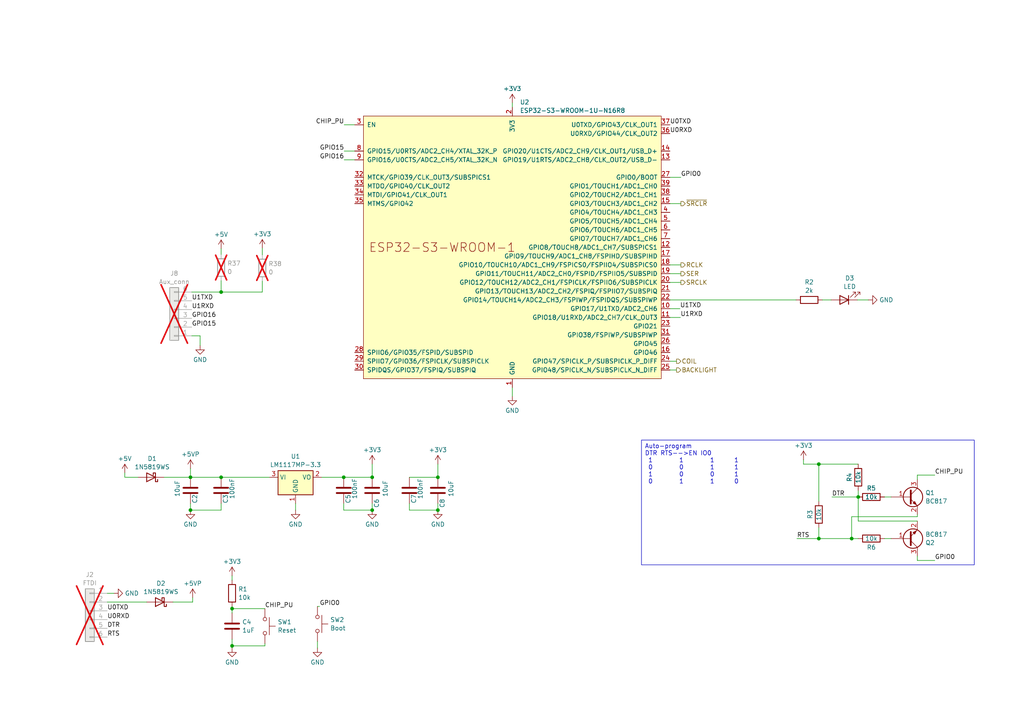
<source format=kicad_sch>
(kicad_sch (version 20230121) (generator eeschema)
  (paper "A4")
  (title_block (title "MCU"))
  (lib_symbols
    (symbol "Connector_Generic:Conn_01x06" (pin_names (offset 1.016) hide)
      (property "Reference" "J" (at 0 7.62 0))
      (property "Value" "Conn_01x06" (at 0 -10.16 0))
      (symbol "Conn_01x06_1_1"
        (rectangle (start -1.27 -7.493) (end 0 -7.747) (stroke (width 0.1524)))
        (rectangle (start -1.27 -4.953) (end 0 -5.207) (stroke (width 0.1524)))
        (rectangle (start -1.27 -2.413) (end 0 -2.667) (stroke (width 0.1524)))
        (rectangle (start -1.27 0.127) (end 0 -0.127) (stroke (width 0.1524)))
        (rectangle (start -1.27 2.667) (end 0 2.413) (stroke (width 0.1524)))
        (rectangle (start -1.27 5.207) (end 0 4.953) (stroke (width 0.1524)))
        (rectangle (start -1.27 6.35) (end 1.27 -8.89) (stroke (width 0.254)) (fill (type background)))
        (pin passive line (at -5.08 5.08 0) (length 3.81) (name "Pin_1") (number "1"))
        (pin passive line (at -5.08 2.54 0) (length 3.81) (name "Pin_2") (number "2"))
        (pin passive line (at -5.08 0 0) (length 3.81) (name "Pin_3") (number "3"))
        (pin passive line (at -5.08 -2.54 0) (length 3.81) (name "Pin_4") (number "4"))
        (pin passive line (at -5.08 -5.08 0) (length 3.81) (name "Pin_5") (number "5"))
        (pin passive line (at -5.08 -7.62 0) (length 3.81) (name "Pin_6") (number "6"))
      )
    )
    (symbol "Device:C" (pin_numbers hide) (pin_names (offset 0.254))
      (property "Reference" "C" (at 0.635 2.54 0))
      (property "Value" "C" (at 0.635 -2.54 0))
      (symbol "C_0_1"
        (polyline (pts (xy -2.032 -0.762) (xy 2.032 -0.762)) (stroke (width 0.508)))
        (polyline (pts (xy -2.032 0.762) (xy 2.032 0.762)) (stroke (width 0.508)))
      )
      (symbol "C_1_1"
        (pin passive line (at 0 3.81 270) (length 2.794) (name "~") (number "1"))
        (pin passive line (at 0 -3.81 90) (length 2.794) (name "~") (number "2"))
      )
    )
    (symbol "Device:LED" (pin_numbers hide) (pin_names (offset 1.016) hide)
      (property "Reference" "D" (at 0 2.54 0))
      (property "Value" "LED" (at 0 -2.54 0))
      (symbol "LED_0_1"
        (polyline (pts (xy -1.27 -1.27) (xy -1.27 1.27)) (stroke (width 0.254)))
        (polyline (pts (xy -1.27 0) (xy 1.27 0)))
        (polyline (pts (xy 1.27 -1.27) (xy 1.27 1.27) (xy -1.27 0) (xy 1.27 -1.27)) (stroke (width 0.254)))
        (polyline (pts (xy -3.048 -0.762) (xy -4.572 -2.286) (xy -3.81 -2.286) (xy -4.572 -2.286) (xy -4.572 -1.524)))
        (polyline (pts (xy -1.778 -0.762) (xy -3.302 -2.286) (xy -2.54 -2.286) (xy -3.302 -2.286) (xy -3.302 -1.524)))
      )
      (symbol "LED_1_1"
        (pin passive line (at -3.81 0 0) (length 2.54) (name "K") (number "1"))
        (pin passive line (at 3.81 0 180) (length 2.54) (name "A") (number "2"))
      )
    )
    (symbol "Device:R" (pin_numbers hide) (pin_names (offset 0))
      (property "Reference" "R" (at 2.032 0 90))
      (property "Value" "R" (at 0 0 90))
      (symbol "R_0_1"
        (rectangle (start -1.016 -2.54) (end 1.016 2.54) (stroke (width 0.254)))
      )
      (symbol "R_1_1"
        (pin passive line (at 0 3.81 270) (length 1.27) (name "~") (number "1"))
        (pin passive line (at 0 -3.81 90) (length 1.27) (name "~") (number "2"))
      )
    )
    (symbol "Diode:1N5819WS" (pin_numbers hide) (pin_names (offset 1.016) hide)
      (property "Reference" "D" (at 0 2.54 0))
      (property "Value" "1N5819WS" (at 0 -2.54 0))
      (symbol "1N5819WS_0_1"
        (polyline (pts (xy 1.27 0) (xy -1.27 0)))
        (polyline (pts (xy 1.27 1.27) (xy 1.27 -1.27) (xy -1.27 0) (xy 1.27 1.27)) (stroke (width 0.254)))
        (polyline (pts (xy -1.905 0.635) (xy -1.905 1.27) (xy -1.27 1.27) (xy -1.27 -1.27) (xy -0.635 -1.27) (xy -0.635 -0.635)) (stroke (width 0.254)))
      )
      (symbol "1N5819WS_1_1"
        (pin passive line (at -3.81 0 0) (length 2.54) (name "K") (number "1"))
        (pin passive line (at 3.81 0 180) (length 2.54) (name "A") (number "2"))
      )
    )
    (symbol "PCM_Espressif:ESP32-S3-WROOM-1" (pin_names (offset 1.016))
      (property "Reference" "U" (at -43.18 43.18 0))
      (property "Value" "ESP32-S3-WROOM-1" (at -43.18 40.64 0))
      (symbol "ESP32-S3-WROOM-1_0_0"
        (text "ESP32-S3-WROOM-1" (at -20.32 0 0) (effects (font (size 2.54 2.54))))
        (pin power_in line (at 0 -40.64 90) (length 2.54) (name "GND") (number "1"))
        (pin bidirectional line (at 45.72 -17.78 180) (length 2.54) (name "GPIO17/U1TXD/ADC2_CH6") (number "10"))
        (pin bidirectional line (at 45.72 -20.32 180) (length 2.54) (name "GPIO18/U1RXD/ADC2_CH7/CLK_OUT3") (number "11"))
        (pin bidirectional line (at 45.72 0 180) (length 2.54) (name "GPIO8/TOUCH8/ADC1_CH7/SUBSPICS1") (number "12"))
        (pin bidirectional line (at 45.72 25.4 180) (length 2.54) (name "GPIO19/U1RTS/ADC2_CH8/CLK_OUT2/USB_D-") (number "13"))
        (pin bidirectional line (at 45.72 27.94 180) (length 2.54) (name "GPIO20/U1CTS/ADC2_CH9/CLK_OUT1/USB_D+") (number "14"))
        (pin bidirectional line (at 45.72 12.7 180) (length 2.54) (name "GPIO3/TOUCH3/ADC1_CH2") (number "15"))
        (pin bidirectional line (at 45.72 -30.48 180) (length 2.54) (name "GPIO46") (number "16"))
        (pin bidirectional line (at 45.72 -2.54 180) (length 2.54) (name "GPIO9/TOUCH9/ADC1_CH8/FSPIHD/SUBSPIHD") (number "17"))
        (pin bidirectional line (at 45.72 -5.08 180) (length 2.54) (name "GPIO10/TOUCH10/ADC1_CH9/FSPICS0/FSPIIO4/SUBSPICS0") (number "18"))
        (pin bidirectional line (at 45.72 -7.62 180) (length 2.54) (name "GPIO11/TOUCH11/ADC2_CH0/FSPID/FSPIIO5/SUBSPID") (number "19"))
        (pin power_in line (at 0 40.64 270) (length 2.54) (name "3V3") (number "2"))
        (pin bidirectional line (at 45.72 -10.16 180) (length 2.54) (name "GPIO12/TOUCH12/ADC2_CH1/FSPICLK/FSPIIO6/SUBSPICLK") (number "20"))
        (pin bidirectional line (at 45.72 -12.7 180) (length 2.54) (name "GPIO13/TOUCH13/ADC2_CH2/FSPIQ/FSPIIO7/SUBSPIQ") (number "21"))
        (pin bidirectional line (at 45.72 -15.24 180) (length 2.54) (name "GPIO14/TOUCH14/ADC2_CH3/FSPIWP/FSPIDQS/SUBSPIWP") (number "22"))
        (pin bidirectional line (at 45.72 -22.86 180) (length 2.54) (name "GPIO21") (number "23"))
        (pin bidirectional line (at 45.72 -33.02 180) (length 2.54) (name "GPIO47/SPICLK_P/SUBSPICLK_P_DIFF") (number "24"))
        (pin bidirectional line (at 45.72 -35.56 180) (length 2.54) (name "GPIO48/SPICLK_N/SUBSPICLK_N_DIFF") (number "25"))
        (pin bidirectional line (at 45.72 -27.94 180) (length 2.54) (name "GPIO45") (number "26"))
        (pin bidirectional line (at 45.72 20.32 180) (length 2.54) (name "GPIO0/BOOT") (number "27"))
        (pin bidirectional line (at -45.72 -30.48 0) (length 2.54) (name "SPIIO6/GPIO35/FSPID/SUBSPID") (number "28"))
        (pin bidirectional line (at -45.72 -33.02 0) (length 2.54) (name "SPIIO7/GPIO36/FSPICLK/SUBSPICLK") (number "29"))
        (pin input line (at -45.72 35.56 0) (length 2.54) (name "EN") (number "3"))
        (pin bidirectional line (at -45.72 -35.56 0) (length 2.54) (name "SPIDQS/GPIO37/FSPIQ/SUBSPIQ") (number "30"))
        (pin bidirectional line (at 45.72 -25.4 180) (length 2.54) (name "GPIO38/FSPIWP/SUBSPIWP") (number "31"))
        (pin bidirectional line (at -45.72 20.32 0) (length 2.54) (name "MTCK/GPIO39/CLK_OUT3/SUBSPICS1") (number "32"))
        (pin bidirectional line (at -45.72 17.78 0) (length 2.54) (name "MTDO/GPIO40/CLK_OUT2") (number "33"))
        (pin bidirectional line (at -45.72 15.24 0) (length 2.54) (name "MTDI/GPIO41/CLK_OUT1") (number "34"))
        (pin bidirectional line (at -45.72 12.7 0) (length 2.54) (name "MTMS/GPIO42") (number "35"))
        (pin bidirectional line (at 45.72 33.02 180) (length 2.54) (name "U0RXD/GPIO44/CLK_OUT2") (number "36"))
        (pin bidirectional line (at 45.72 35.56 180) (length 2.54) (name "U0TXD/GPIO43/CLK_OUT1") (number "37"))
        (pin bidirectional line (at 45.72 15.24 180) (length 2.54) (name "GPIO2/TOUCH2/ADC1_CH1") (number "38"))
        (pin bidirectional line (at 45.72 17.78 180) (length 2.54) (name "GPIO1/TOUCH1/ADC1_CH0") (number "39"))
        (pin bidirectional line (at 45.72 10.16 180) (length 2.54) (name "GPIO4/TOUCH4/ADC1_CH3") (number "4"))
        (pin passive line (at 0 -40.64 90) (length 2.54) hide (name "GND") (number "40"))
        (pin passive line (at 0 -40.64 90) (length 2.54) hide (name "GND") (number "41"))
        (pin bidirectional line (at 45.72 7.62 180) (length 2.54) (name "GPIO5/TOUCH5/ADC1_CH4") (number "5"))
        (pin bidirectional line (at 45.72 5.08 180) (length 2.54) (name "GPIO6/TOUCH6/ADC1_CH5") (number "6"))
        (pin bidirectional line (at 45.72 2.54 180) (length 2.54) (name "GPIO7/TOUCH7/ADC1_CH6") (number "7"))
        (pin bidirectional line (at -45.72 27.94 0) (length 2.54) (name "GPIO15/U0RTS/ADC2_CH4/XTAL_32K_P") (number "8"))
        (pin bidirectional line (at -45.72 25.4 0) (length 2.54) (name "GPIO16/U0CTS/ADC2_CH5/XTAL_32K_N") (number "9"))
      )
      (symbol "ESP32-S3-WROOM-1_0_1"
        (rectangle (start -43.18 38.1) (end 43.18 -38.1) (fill (type background)))
      )
    )
    (symbol "Regulator_Linear:LM1117MP-3.3"
      (property "Reference" "U" (at -3.81 3.175 0))
      (property "Value" "LM1117MP-3.3" (at 0 3.175 0))
      (symbol "LM1117MP-3.3_0_1"
        (rectangle (start -5.08 -5.08) (end 5.08 1.905) (stroke (width 0.254)) (fill (type background)))
      )
      (symbol "LM1117MP-3.3_1_1"
        (pin power_in line (at 0 -7.62 90) (length 2.54) (name "GND") (number "1"))
        (pin power_out line (at 7.62 0 180) (length 2.54) (name "VO") (number "2"))
        (pin power_in line (at -7.62 0 0) (length 2.54) (name "VI") (number "3"))
      )
    )
    (symbol "Switch:SW_Push" (pin_numbers hide) (pin_names (offset 1.016) hide)
      (property "Reference" "SW" (at 1.27 2.54 0))
      (property "Value" "SW_Push" (at 0 -1.524 0))
      (symbol "SW_Push_0_1"
        (circle (center -2.032 0) (radius 0.508))
        (polyline (pts (xy 0 1.27) (xy 0 3.048)))
        (polyline (pts (xy 2.54 1.27) (xy -2.54 1.27)))
        (circle (center 2.032 0) (radius 0.508))
        (pin passive line (at -5.08 0 0) (length 2.54) (name "1") (number "1"))
        (pin passive line (at 5.08 0 180) (length 2.54) (name "2") (number "2"))
      )
    )
    (symbol "Transistor_BJT:BC817" (pin_names (offset 0) hide)
      (property "Reference" "Q" (at 5.08 1.905 0))
      (property "Value" "BC817" (at 5.08 0 0))
      (symbol "BC817_0_1"
        (polyline (pts (xy 0.635 0.635) (xy 2.54 2.54)))
        (polyline (pts (xy 0.635 -0.635) (xy 2.54 -2.54) (xy 2.54 -2.54)))
        (polyline (pts (xy 0.635 1.905) (xy 0.635 -1.905) (xy 0.635 -1.905)) (stroke (width 0.508)))
        (polyline (pts (xy 1.27 -1.778) (xy 1.778 -1.27) (xy 2.286 -2.286) (xy 1.27 -1.778) (xy 1.27 -1.778)) (fill (type outline)))
        (circle (center 1.27 0) (radius 2.8194) (stroke (width 0.254)))
      )
      (symbol "BC817_1_1"
        (pin input line (at -5.08 0 0) (length 5.715) (name "B") (number "1"))
        (pin passive line (at 2.54 -5.08 90) (length 2.54) (name "E") (number "2"))
        (pin passive line (at 2.54 5.08 270) (length 2.54) (name "C") (number "3"))
      )
    )
    (symbol "power:+3V3" (power) (pin_names (offset 0))
      (property "Value" "+3V3" (at 0 3.556 0))
      (symbol "+3V3_0_1"
        (polyline (pts (xy -0.762 1.27) (xy 0 2.54)))
        (polyline (pts (xy 0 0) (xy 0 2.54)))
        (polyline (pts (xy 0 2.54) (xy 0.762 1.27)))
      )
      (symbol "+3V3_1_1"
        (pin power_in line (at 0 0 90) (length 0) hide (name "+3V3") (number "1"))
      )
    )
    (symbol "power:+5V" (power) (pin_names (offset 0))
      (property "Value" "+5V" (at 0 3.556 0))
      (symbol "+5V_0_1"
        (polyline (pts (xy -0.762 1.27) (xy 0 2.54)))
        (polyline (pts (xy 0 0) (xy 0 2.54)))
        (polyline (pts (xy 0 2.54) (xy 0.762 1.27)))
      )
      (symbol "+5V_1_1"
        (pin power_in line (at 0 0 90) (length 0) hide (name "+5V") (number "1"))
      )
    )
    (symbol "power:+5VP" (power) (pin_names (offset 0))
      (property "Value" "+5VP" (at 0 3.556 0))
      (symbol "+5VP_0_1"
        (polyline (pts (xy -0.762 1.27) (xy 0 2.54)))
        (polyline (pts (xy 0 0) (xy 0 2.54)))
        (polyline (pts (xy 0 2.54) (xy 0.762 1.27)))
      )
      (symbol "+5VP_1_1"
        (pin power_in line (at 0 0 90) (length 0) hide (name "+5VP") (number "1"))
      )
    )
    (symbol "power:GND" (power) (pin_names (offset 0))
      (property "Value" "GND" (at 0 -3.81 0))
      (symbol "GND_0_1"
        (polyline (pts (xy 0 0) (xy 0 -1.27) (xy 1.27 -1.27) (xy 0 -2.54) (xy -1.27 -1.27) (xy 0 -1.27)))
      )
      (symbol "GND_1_1"
        (pin power_in line (at 0 0 270) (length 0) hide (name "GND") (number "1"))
      )
    )
  )
  (junction (at 237.49 156.21))
  (junction (at 55.245 147.955))
  (junction (at 64.135 84.709))
  (junction (at 127 147.955))
  (junction (at 127 138.43))
  (junction (at 107.95 147.955))
  (junction (at 55.245 138.43))
  (junction (at 67.31 176.53))
  (junction (at 67.31 187.325))
  (junction (at 248.92 144.145))
  (junction (at 64.135 138.43))
  (junction (at 107.95 138.43))
  (junction (at 247.015 156.21))
  (junction (at 99.695 138.43))
  (junction (at 237.49 134.62))
  (wire (pts (xy 118.745 146.05) (xy 118.745 147.955)))
  (wire (pts (xy 55.88 174.625) (xy 55.88 173.355)))
  (wire (pts (xy 58.039 97.409) (xy 58.039 100.203)))
  (wire (pts (xy 64.135 72.136) (xy 64.135 73.787)))
  (wire (pts (xy 64.135 138.43) (xy 78.105 138.43)))
  (wire (pts (xy 99.822 36.195) (xy 102.87 36.195)))
  (wire (pts (xy 36.195 138.43) (xy 40.005 138.43)))
  (wire (pts (xy 127 146.05) (xy 127 147.955)))
  (wire (pts (xy 237.49 156.21) (xy 247.015 156.21)))
  (wire (pts (xy 197.358 92.075) (xy 194.31 92.075)))
  (wire (pts (xy 67.31 187.325) (xy 76.835 187.325)))
  (wire (pts (xy 194.31 107.315) (xy 196.215 107.315)))
  (wire (pts (xy 266.065 162.56) (xy 271.145 162.56)))
  (wire (pts (xy 118.745 147.955) (xy 127 147.955)))
  (wire (pts (xy 248.92 142.24) (xy 248.92 144.145)))
  (wire (pts (xy 55.245 135.89) (xy 55.245 138.43)))
  (wire (pts (xy 194.31 104.775) (xy 196.215 104.775)))
  (wire (pts (xy 55.626 84.709) (xy 64.135 84.709)))
  (wire (pts (xy 76.073 72.009) (xy 76.073 73.914)))
  (wire (pts (xy 99.695 146.05) (xy 99.695 147.955)))
  (wire (pts (xy 247.015 156.21) (xy 248.92 156.21)))
  (wire (pts (xy 256.54 156.21) (xy 258.445 156.21)))
  (wire (pts (xy 55.245 138.43) (xy 64.135 138.43)))
  (wire (pts (xy 107.95 146.05) (xy 107.95 147.955)))
  (wire (pts (xy 92.075 186.055) (xy 92.075 187.96)))
  (wire (pts (xy 194.31 59.055) (xy 197.485 59.055)))
  (wire (pts (xy 148.59 29.845) (xy 148.59 31.115)))
  (wire (pts (xy 92.71 175.895) (xy 92.075 175.895)))
  (wire (pts (xy 99.695 147.955) (xy 107.95 147.955)))
  (wire (pts (xy 107.95 138.43) (xy 107.95 134.62)))
  (wire (pts (xy 31.115 172.085) (xy 33.02 172.085)))
  (wire (pts (xy 194.31 79.375) (xy 197.485 79.375)))
  (wire (pts (xy 248.92 151.13) (xy 248.92 144.145)))
  (wire (pts (xy 237.49 134.62) (xy 233.045 134.62)))
  (wire (pts (xy 64.135 147.955) (xy 55.245 147.955)))
  (wire (pts (xy 266.065 151.13) (xy 248.92 151.13)))
  (wire (pts (xy 237.49 134.62) (xy 237.49 145.415)))
  (wire (pts (xy 64.135 84.709) (xy 76.073 84.709)))
  (wire (pts (xy 266.065 137.795) (xy 271.145 137.795)))
  (wire (pts (xy 194.31 86.995) (xy 230.886 86.995)))
  (wire (pts (xy 238.506 86.995) (xy 241.046 86.995)))
  (wire (pts (xy 266.065 149.86) (xy 247.015 149.86)))
  (wire (pts (xy 266.065 161.29) (xy 266.065 162.56)))
  (wire (pts (xy 194.31 76.835) (xy 197.485 76.835)))
  (wire (pts (xy 67.31 175.895) (xy 67.31 176.53)))
  (wire (pts (xy 55.245 146.05) (xy 55.245 147.955)))
  (wire (pts (xy 99.695 138.43) (xy 107.95 138.43)))
  (wire (pts (xy 64.135 81.407) (xy 64.135 84.709)))
  (wire (pts (xy 194.31 81.915) (xy 197.485 81.915)))
  (wire (pts (xy 247.015 149.86) (xy 247.015 156.21)))
  (wire (pts (xy 231.14 156.21) (xy 237.49 156.21)))
  (wire (pts (xy 127 138.43) (xy 127 134.62)))
  (wire (pts (xy 256.54 144.145) (xy 258.445 144.145)))
  (wire (pts (xy 64.135 146.05) (xy 64.135 147.955)))
  (wire (pts (xy 76.835 186.69) (xy 76.835 187.325)))
  (wire (pts (xy 85.725 146.05) (xy 85.725 147.955)))
  (wire (pts (xy 237.49 153.035) (xy 237.49 156.21)))
  (wire (pts (xy 99.822 46.355) (xy 102.87 46.355)))
  (wire (pts (xy 248.92 134.62) (xy 237.49 134.62)))
  (wire (pts (xy 67.31 167.005) (xy 67.31 168.275)))
  (wire (pts (xy 67.31 187.325) (xy 67.31 187.96)))
  (wire (pts (xy 266.065 149.225) (xy 266.065 149.86)))
  (wire (pts (xy 50.165 174.625) (xy 55.88 174.625)))
  (wire (pts (xy 194.31 51.435) (xy 197.485 51.435)))
  (wire (pts (xy 248.666 86.995) (xy 251.841 86.995)))
  (wire (pts (xy 197.231 89.535) (xy 194.31 89.535)))
  (wire (pts (xy 233.045 134.62) (xy 233.045 133.35)))
  (wire (pts (xy 93.345 138.43) (xy 99.695 138.43)))
  (wire (pts (xy 266.065 139.065) (xy 266.065 137.795)))
  (wire (pts (xy 31.115 174.625) (xy 42.545 174.625)))
  (wire (pts (xy 67.31 176.53) (xy 67.31 177.8)))
  (wire (pts (xy 55.626 97.409) (xy 58.039 97.409)))
  (wire (pts (xy 241.3 144.145) (xy 248.92 144.145)))
  (wire (pts (xy 67.31 185.42) (xy 67.31 187.325)))
  (wire (pts (xy 99.822 43.815) (xy 102.87 43.815)))
  (wire (pts (xy 36.195 137.16) (xy 36.195 138.43)))
  (wire (pts (xy 148.59 112.395) (xy 148.59 114.935)))
  (wire (pts (xy 118.745 138.43) (xy 127 138.43)))
  (wire (pts (xy 47.625 138.43) (xy 55.245 138.43)))
  (wire (pts (xy 76.073 84.709) (xy 76.073 81.534)))
  (wire (pts (xy 67.31 176.53) (xy 76.835 176.53)))
  (text_box "Auto-program\nDTR RTS-->EN IO0 \n 1        1        1      1 \n 0        0        1      1 \n 1        0        0      1 \n 0        1        1      0" (at 186.055 127.635 0) (size 96.52 36.195) (effects (font (size 1.27 1.27)) (justify left top)))
  (label "U1RXD" (at 55.626 89.789 0))
  (label "RTS" (at 231.14 156.21 0))
  (label "CHIP_PU" (at 271.145 137.795 0))
  (label "U0TXD" (at 194.31 36.195 0))
  (label "DTR" (at 241.3 144.145 0))
  (label "RTS" (at 31.115 184.785 0))
  (label "U0RXD" (at 31.115 179.705 0))
  (label "GPIO0" (at 197.485 51.435 0))
  (label "GPIO16" (at 55.626 92.329 0))
  (label "U1TXD" (at 197.231 89.535 0))
  (label "GPIO0" (at 271.145 162.56 0))
  (label "U1RXD" (at 197.358 92.075 0))
  (label "GPIO15" (at 55.626 94.869 0))
  (label "GPIO0" (at 92.71 175.895 0))
  (label "CHIP_PU" (at 99.822 36.195 180))
  (label "GPIO16" (at 99.822 46.355 180))
  (label "U0TXD" (at 31.115 177.165 0))
  (label "U1TXD" (at 55.626 87.249 0))
  (label "U0RXD" (at 194.31 38.735 0))
  (label "CHIP_PU" (at 76.835 176.53 0))
  (label "GPIO15" (at 99.822 43.815 180))
  (label "DTR" (at 31.115 182.245 0))
  (hierarchical_label "SRCLK" (shape output) (at 197.485 81.915 0))
  (hierarchical_label "COIL" (shape output) (at 196.215 104.775 0))
  (hierarchical_label "BACKLIGHT" (shape output) (at 196.215 107.315 0))
  (hierarchical_label "SER" (shape output) (at 197.485 79.375 0))
  (hierarchical_label "~{SRCLR}" (shape output) (at 197.485 59.055 0))
  (hierarchical_label "RCLK" (shape output) (at 197.485 76.835 0))
  (symbol (lib_id "power:GND") (at 251.841 86.995 90) (unit 1)
    (property "Reference" "#PWR019" (effects hide))
    (property "Value" "GND" (at 255.016 86.995 90) (effects (justify right)))
  )
  (symbol (lib_id "Device:C") (at 55.245 142.24 0) (unit 1)
    (property "Reference" "C2" (at 56.515 146.05 90) (effects (justify left)))
    (property "Value" "10uF" (at 51.435 144.145 90) (effects (justify left)))
    (property "Footprint" "Capacitor_SMD:C_0603_1608Metric" (effects hide))
    (property "LCSC" "C92487" (effects hide))
    (property "Voltage" "16V" (effects hide))
  )
  (symbol (lib_id "Diode:1N5819WS") (at 43.815 138.43 180) (unit 1)
    (property "Reference" "D1" (at 44.1325 133.0157 0))
    (property "Value" "1N5819WS" (at 44.1325 135.4399 0))
    (property "Footprint" "Diode_SMD:D_SOD-323" (effects hide))
    (property "Datasheet" "https://datasheet.lcsc.com/lcsc/2204281430_Guangdong-Hottech-1N5819WS_C191023.pdf" (effects hide))
    (property "LCSC" "C2927280" (effects hide))
  )
  (symbol (lib_id "power:GND") (at 107.95 147.955 0) (unit 1)
    (property "Reference" "#PWR014" (effects hide))
    (property "Value" "GND" (at 107.95 152.0881 0))
  )
  (symbol (lib_id "PCM_Espressif:ESP32-S3-WROOM-1") (at 148.59 71.755 0) (unit 1)
    (property "Reference" "U2" (at 150.7841 29.6377 0) (effects (justify left)))
    (property "Value" "ESP32-S3-WROOM-1U-N16R8" (at 150.7841 32.0619 0) (effects (justify left)))
    (property "Footprint" "PCM_Espressif:ESP32-S3-WROOM-1U" (effects hide))
    (property "Datasheet" "https://www.espressif.com/sites/default/files/documentation/esp32-s3-wroom-1_wroom-1u_datasheet_en.pdf" (effects hide))
    (property "LCSC" "C3013946" (effects hide))
  )
  (symbol (lib_id "Device:R") (at 252.73 156.21 90) (unit 1)
    (property "Reference" "R6" (at 252.73 158.75 90))
    (property "Value" "10k" (at 252.73 156.21 90))
    (property "Footprint" "Resistor_SMD:R_0603_1608Metric" (effects hide))
    (property "LCSC" "C98220" (effects hide))
  )
  (symbol (lib_id "power:GND") (at 92.075 187.96 0) (unit 1)
    (property "Reference" "#PWR012" (effects hide))
    (property "Value" "GND" (at 92.075 192.0931 0))
  )
  (symbol (lib_id "Device:C") (at 118.745 142.24 0) (unit 1)
    (property "Reference" "C7" (at 120.015 146.05 90) (effects (justify left)))
    (property "Value" "100nF" (at 121.92 144.78 90) (effects (justify left)))
    (property "Footprint" "Capacitor_SMD:C_0603_1608Metric" (effects hide))
    (property "LCSC" "C66501" (effects hide))
    (property "Voltage" "16V" (effects hide))
  )
  (symbol (lib_id "Device:R") (at 237.49 149.225 180) (unit 1)
    (property "Reference" "R3" (at 234.95 149.225 90))
    (property "Value" "10k" (at 237.49 149.225 90))
    (property "Footprint" "Resistor_SMD:R_0603_1608Metric" (effects hide))
    (property "LCSC" "C98220" (effects hide))
  )
  (symbol (lib_id "power:+3V3") (at 148.59 29.845 0) (unit 1)
    (property "Reference" "#PWR017" (effects hide))
    (property "Value" "+3V3" (at 148.59 25.7119 0))
  )
  (symbol (lib_id "Device:R") (at 252.73 144.145 90) (unit 1)
    (property "Reference" "R5" (at 252.73 141.605 90))
    (property "Value" "10k" (at 252.73 144.145 90))
    (property "Footprint" "Resistor_SMD:R_0603_1608Metric" (effects hide))
    (property "LCSC" "C98220" (effects hide))
  )
  (symbol (lib_id "power:GND") (at 127 147.955 0) (unit 1)
    (property "Reference" "#PWR016" (effects hide))
    (property "Value" "GND" (at 127 152.0881 0))
  )
  (symbol (lib_id "power:+3V3") (at 233.045 133.35 0) (unit 1)
    (property "Reference" "#PWR020" (effects hide))
    (property "Value" "+3V3" (at 233.045 129.2169 0))
  )
  (symbol (lib_id "power:+3V3") (at 127 134.62 0) (unit 1)
    (property "Reference" "#PWR015" (effects hide))
    (property "Value" "+3V3" (at 127 130.4869 0))
  )
  (symbol (lib_id "Device:R") (at 76.073 77.724 0) (unit 1) (in_bom no) (dnp yes)
    (property "Reference" "R38" (at 77.851 76.5119 0) (effects (justify left)))
    (property "Value" "0" (at 77.851 78.9361 0) (effects (justify left)))
    (property "Footprint" "Resistor_SMD:R_0603_1608Metric" (effects hide))
  )
  (symbol (lib_id "Device:R") (at 234.696 86.995 90) (unit 1)
    (property "Reference" "R2" (at 234.696 81.8347 90))
    (property "Value" "2k" (at 234.696 84.2589 90))
    (property "Footprint" "Resistor_SMD:R_0603_1608Metric" (effects hide))
    (property "LCSC" "C125933" (effects hide))
  )
  (symbol (lib_id "power:+5V") (at 64.135 72.136 0) (unit 1)
    (property "Reference" "#PWR057" (effects hide))
    (property "Value" "+5V" (at 64.135 68.0029 0))
  )
  (symbol (lib_id "power:+5V") (at 36.195 137.16 0) (unit 1)
    (property "Reference" "#PWR05" (effects hide))
    (property "Value" "+5V" (at 36.195 133.0269 0))
  )
  (symbol (lib_id "Diode:1N5819WS") (at 46.355 174.625 180) (unit 1)
    (property "Reference" "D2" (at 46.6725 169.2107 0))
    (property "Value" "1N5819WS" (at 46.6725 171.6349 0))
    (property "Footprint" "Diode_SMD:D_SOD-323" (effects hide))
    (property "Datasheet" "https://datasheet.lcsc.com/lcsc/2204281430_Guangdong-Hottech-1N5819WS_C191023.pdf" (effects hide))
    (property "LCSC" "C2927280" (effects hide))
  )
  (symbol (lib_id "power:GND") (at 148.59 114.935 0) (unit 1)
    (property "Reference" "#PWR018" (effects hide))
    (property "Value" "GND" (at 148.59 119.0681 0))
  )
  (symbol (lib_id "Transistor_BJT:BC817") (at 263.525 156.21 0) (mirror x) (unit 1)
    (property "Reference" "Q2" (at 268.3764 157.4221 0) (effects (justify left)))
    (property "Value" "BC817" (at 268.3764 154.9979 0) (effects (justify left)))
    (property "Footprint" "Package_TO_SOT_SMD:SOT-23" (effects hide))
    (property "Datasheet" "https://www.onsemi.com/pub/Collateral/BC818-D.pdf" (effects hide))
    (property "LCSC" "C475629" (effects hide))
  )
  (symbol (lib_id "Regulator_Linear:LM1117MP-3.3") (at 85.725 138.43 0) (unit 1)
    (property "Reference" "U1" (at 85.725 132.3807 0))
    (property "Value" "LM1117MP-3.3" (at 85.725 134.8049 0))
    (property "Footprint" "Package_TO_SOT_SMD:SOT-223" (effects hide))
    (property "Datasheet" "http://www.ti.com/lit/ds/symlink/lm1117.pdf" (effects hide))
    (property "LCSC" "C498153" (effects hide))
  )
  (symbol (lib_id "Device:C") (at 127 142.24 0) (unit 1)
    (property "Reference" "C8" (at 128.27 147.32 90) (effects (justify left)))
    (property "Value" "10uF" (at 130.81 144.145 90) (effects (justify left)))
    (property "Footprint" "Capacitor_SMD:C_0603_1608Metric" (effects hide))
    (property "LCSC" "C92487" (effects hide))
    (property "Voltage" "16V" (effects hide))
  )
  (symbol (lib_id "power:+3V3") (at 76.073 72.009 0) (unit 1)
    (property "Reference" "#PWR058" (effects hide))
    (property "Value" "+3.3V" (at 76.073 67.8759 0))
  )
  (symbol (lib_id "Device:C") (at 64.135 142.24 0) (unit 1)
    (property "Reference" "C3" (at 65.405 146.05 90) (effects (justify left)))
    (property "Value" "100nF" (at 67.31 144.78 90) (effects (justify left)))
    (property "Footprint" "Capacitor_SMD:C_0603_1608Metric" (effects hide))
    (property "LCSC" "C66501" (effects hide))
    (property "Voltage" "16V" (effects hide))
  )
  (symbol (lib_id "Device:R") (at 67.31 172.085 0) (unit 1)
    (property "Reference" "R1" (at 69.088 170.8729 0) (effects (justify left)))
    (property "Value" "10k" (at 69.088 173.2971 0) (effects (justify left)))
    (property "Footprint" "Resistor_SMD:R_0603_1608Metric" (effects hide))
    (property "LCSC" "C98220" (effects hide))
  )
  (symbol (lib_id "power:GND") (at 55.245 147.955 0) (unit 1)
    (property "Reference" "#PWR07" (effects hide))
    (property "Value" "GND" (at 55.245 152.0881 0))
  )
  (symbol (lib_id "Switch:SW_Push") (at 92.075 180.975 270) (mirror x) (unit 1)
    (property "Reference" "SW2" (at 95.758 179.7629 90) (effects (justify left)))
    (property "Value" "Boot" (at 95.758 182.1871 90) (effects (justify left)))
    (property "Footprint" "Button_Switch_SMD:SW_SPST_EVQP2" (effects hide))
    (property "LCSC" "C528967" (effects hide))
  )
  (symbol (lib_id "Device:C") (at 67.31 181.61 0) (unit 1)
    (property "Reference" "C4" (at 70.231 180.3979 0) (effects (justify left)))
    (property "Value" "1uF" (at 70.231 182.8221 0) (effects (justify left)))
    (property "Footprint" "Capacitor_SMD:C_0603_1608Metric" (effects hide))
    (property "LCSC" "C1592" (effects hide))
    (property "Voltage" "16V" (effects hide))
  )
  (symbol (lib_id "power:GND") (at 85.725 147.955 0) (unit 1)
    (property "Reference" "#PWR011" (effects hide))
    (property "Value" "GND" (at 85.725 152.0881 0))
  )
  (symbol (lib_id "Connector_Generic:Conn_01x06") (at 50.546 92.329 180) (unit 1) (in_bom no) (dnp yes)
    (property "Reference" "J8" (at 50.546 79.2947 0))
    (property "Value" "Aux_conn" (at 50.546 81.7189 0))
    (property "Footprint" "Connector_PinHeader_2.54mm:PinHeader_1x06_P2.54mm_Vertical" (effects hide))
  )
  (symbol (lib_id "power:GND") (at 67.31 187.96 0) (unit 1)
    (property "Reference" "#PWR010" (effects hide))
    (property "Value" "GND" (at 67.31 192.0931 0))
  )
  (symbol (lib_id "power:GND") (at 58.039 100.203 0) (unit 1)
    (property "Reference" "#PWR056" (effects hide))
    (property "Value" "GND" (at 58.039 104.3361 0))
  )
  (symbol (lib_id "Device:LED") (at 244.856 86.995 180) (unit 1)
    (property "Reference" "D3" (at 246.4435 80.6917 0))
    (property "Value" "LED" (at 246.4435 83.1159 0))
    (property "Footprint" "LED_SMD:LED_0603_1608Metric" (effects hide))
    (property "LCSC" "C84263" (effects hide))
  )
  (symbol (lib_id "Transistor_BJT:BC817") (at 263.525 144.145 0) (unit 1)
    (property "Reference" "Q1" (at 268.3764 142.9329 0) (effects (justify left)))
    (property "Value" "BC817" (at 268.3764 145.3571 0) (effects (justify left)))
    (property "Footprint" "Package_TO_SOT_SMD:SOT-23" (effects hide))
    (property "Datasheet" "https://www.onsemi.com/pub/Collateral/BC818-D.pdf" (effects hide))
    (property "LCSC" "C475629" (effects hide))
  )
  (symbol (lib_id "Device:C") (at 107.95 142.24 0) (unit 1)
    (property "Reference" "C6" (at 109.22 147.32 90) (effects (justify left)))
    (property "Value" "10uF" (at 111.76 144.145 90) (effects (justify left)))
    (property "Footprint" "Capacitor_SMD:C_0603_1608Metric" (effects hide))
    (property "LCSC" "C92487" (effects hide))
    (property "Voltage" "16V" (effects hide))
  )
  (symbol (lib_id "power:+3V3") (at 107.95 134.62 0) (unit 1)
    (property "Reference" "#PWR013" (effects hide))
    (property "Value" "+3V3" (at 107.95 130.4869 0))
  )
  (symbol (lib_id "Device:R") (at 64.135 77.597 0) (unit 1) (in_bom no) (dnp yes)
    (property "Reference" "R37" (at 65.913 76.3849 0) (effects (justify left)))
    (property "Value" "0" (at 65.913 78.8091 0) (effects (justify left)))
    (property "Footprint" "Resistor_SMD:R_0603_1608Metric" (effects hide))
  )
  (symbol (lib_id "power:GND") (at 33.02 172.085 90) (unit 1)
    (property "Reference" "#PWR04" (effects hide))
    (property "Value" "GND" (at 36.195 172.085 90) (effects (justify right)))
  )
  (symbol (lib_id "power:+3V3") (at 67.31 167.005 0) (unit 1)
    (property "Reference" "#PWR09" (effects hide))
    (property "Value" "+3V3" (at 67.31 162.8719 0))
  )
  (symbol (lib_id "power:+5VP") (at 55.245 135.89 0) (unit 1)
    (property "Reference" "#PWR06" (effects hide))
    (property "Value" "+5VP" (at 55.245 131.7569 0))
  )
  (symbol (lib_id "Device:C") (at 99.695 142.24 0) (unit 1)
    (property "Reference" "C5" (at 100.965 146.05 90) (effects (justify left)))
    (property "Value" "100nF" (at 102.87 144.78 90) (effects (justify left)))
    (property "Footprint" "Capacitor_SMD:C_0603_1608Metric" (effects hide))
    (property "LCSC" "C66501" (effects hide))
    (property "Voltage" "16V" (effects hide))
  )
  (symbol (lib_id "Device:R") (at 248.92 138.43 180) (unit 1)
    (property "Reference" "R4" (at 246.38 138.43 90))
    (property "Value" "10k" (at 248.92 138.43 90))
    (property "Footprint" "Resistor_SMD:R_0603_1608Metric" (effects hide))
    (property "LCSC" "C98220" (effects hide))
  )
  (symbol (lib_id "power:+5VP") (at 55.88 173.355 0) (unit 1)
    (property "Reference" "#PWR08" (effects hide))
    (property "Value" "+5VP" (at 55.88 169.2219 0))
  )
  (symbol (lib_id "Connector_Generic:Conn_01x06") (at 26.035 177.165 0) (mirror y) (unit 1) (in_bom no) (dnp yes)
    (property "Reference" "J2" (at 26.035 166.6707 0))
    (property "Value" "FTDI" (at 26.035 169.0949 0))
    (property "Footprint" "Connector_PinHeader_2.54mm:PinHeader_1x06_P2.54mm_Vertical" (effects hide))
  )
  (symbol (lib_id "Switch:SW_Push") (at 76.835 181.61 270) (mirror x) (unit 1)
    (property "Reference" "SW1" (at 80.518 180.3979 90) (effects (justify left)))
    (property "Value" "Reset" (at 80.518 182.8221 90) (effects (justify left)))
    (property "Footprint" "Button_Switch_SMD:SW_SPST_EVQP2" (effects hide))
    (property "LCSC" "C528967" (effects hide))
  )
)
</source>
